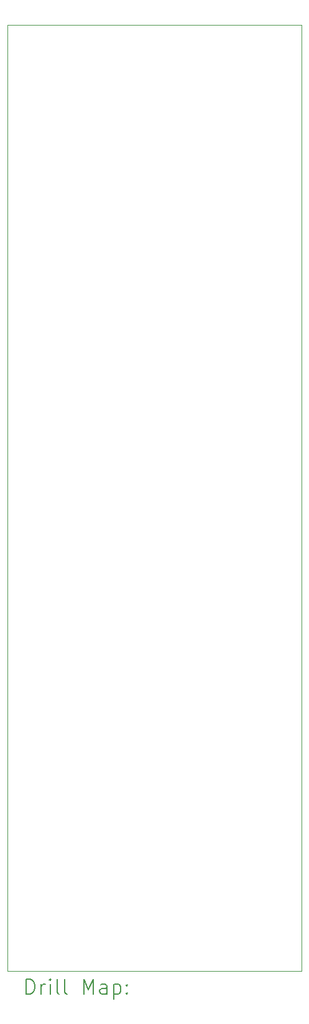
<source format=gbr>
%TF.GenerationSoftware,KiCad,Pcbnew,6.0.9+dfsg-1~bpo11+1*%
%TF.CreationDate,2023-01-13T02:31:23+08:00*%
%TF.ProjectId,MiniVerb - Front,4d696e69-5665-4726-9220-2d2046726f6e,rev?*%
%TF.SameCoordinates,Original*%
%TF.FileFunction,Drillmap*%
%TF.FilePolarity,Positive*%
%FSLAX45Y45*%
G04 Gerber Fmt 4.5, Leading zero omitted, Abs format (unit mm)*
G04 Created by KiCad (PCBNEW 6.0.9+dfsg-1~bpo11+1) date 2023-01-13 02:31:23*
%MOMM*%
%LPD*%
G01*
G04 APERTURE LIST*
%ADD10C,0.100000*%
%ADD11C,0.200000*%
G04 APERTURE END LIST*
D10*
X12000000Y-16050000D02*
X12000000Y-3200000D01*
X12000000Y-3200000D02*
X16000000Y-3200000D01*
X16000000Y-16050000D02*
X12000000Y-16050000D01*
X16000000Y-3200000D02*
X16000000Y-16050000D01*
D11*
X12252619Y-16365476D02*
X12252619Y-16165476D01*
X12300238Y-16165476D01*
X12328809Y-16175000D01*
X12347857Y-16194048D01*
X12357381Y-16213095D01*
X12366905Y-16251190D01*
X12366905Y-16279762D01*
X12357381Y-16317857D01*
X12347857Y-16336905D01*
X12328809Y-16355952D01*
X12300238Y-16365476D01*
X12252619Y-16365476D01*
X12452619Y-16365476D02*
X12452619Y-16232143D01*
X12452619Y-16270238D02*
X12462143Y-16251190D01*
X12471667Y-16241667D01*
X12490714Y-16232143D01*
X12509762Y-16232143D01*
X12576428Y-16365476D02*
X12576428Y-16232143D01*
X12576428Y-16165476D02*
X12566905Y-16175000D01*
X12576428Y-16184524D01*
X12585952Y-16175000D01*
X12576428Y-16165476D01*
X12576428Y-16184524D01*
X12700238Y-16365476D02*
X12681190Y-16355952D01*
X12671667Y-16336905D01*
X12671667Y-16165476D01*
X12805000Y-16365476D02*
X12785952Y-16355952D01*
X12776428Y-16336905D01*
X12776428Y-16165476D01*
X13033571Y-16365476D02*
X13033571Y-16165476D01*
X13100238Y-16308333D01*
X13166905Y-16165476D01*
X13166905Y-16365476D01*
X13347857Y-16365476D02*
X13347857Y-16260714D01*
X13338333Y-16241667D01*
X13319286Y-16232143D01*
X13281190Y-16232143D01*
X13262143Y-16241667D01*
X13347857Y-16355952D02*
X13328809Y-16365476D01*
X13281190Y-16365476D01*
X13262143Y-16355952D01*
X13252619Y-16336905D01*
X13252619Y-16317857D01*
X13262143Y-16298809D01*
X13281190Y-16289286D01*
X13328809Y-16289286D01*
X13347857Y-16279762D01*
X13443095Y-16232143D02*
X13443095Y-16432143D01*
X13443095Y-16241667D02*
X13462143Y-16232143D01*
X13500238Y-16232143D01*
X13519286Y-16241667D01*
X13528809Y-16251190D01*
X13538333Y-16270238D01*
X13538333Y-16327381D01*
X13528809Y-16346428D01*
X13519286Y-16355952D01*
X13500238Y-16365476D01*
X13462143Y-16365476D01*
X13443095Y-16355952D01*
X13624048Y-16346428D02*
X13633571Y-16355952D01*
X13624048Y-16365476D01*
X13614524Y-16355952D01*
X13624048Y-16346428D01*
X13624048Y-16365476D01*
X13624048Y-16241667D02*
X13633571Y-16251190D01*
X13624048Y-16260714D01*
X13614524Y-16251190D01*
X13624048Y-16241667D01*
X13624048Y-16260714D01*
M02*

</source>
